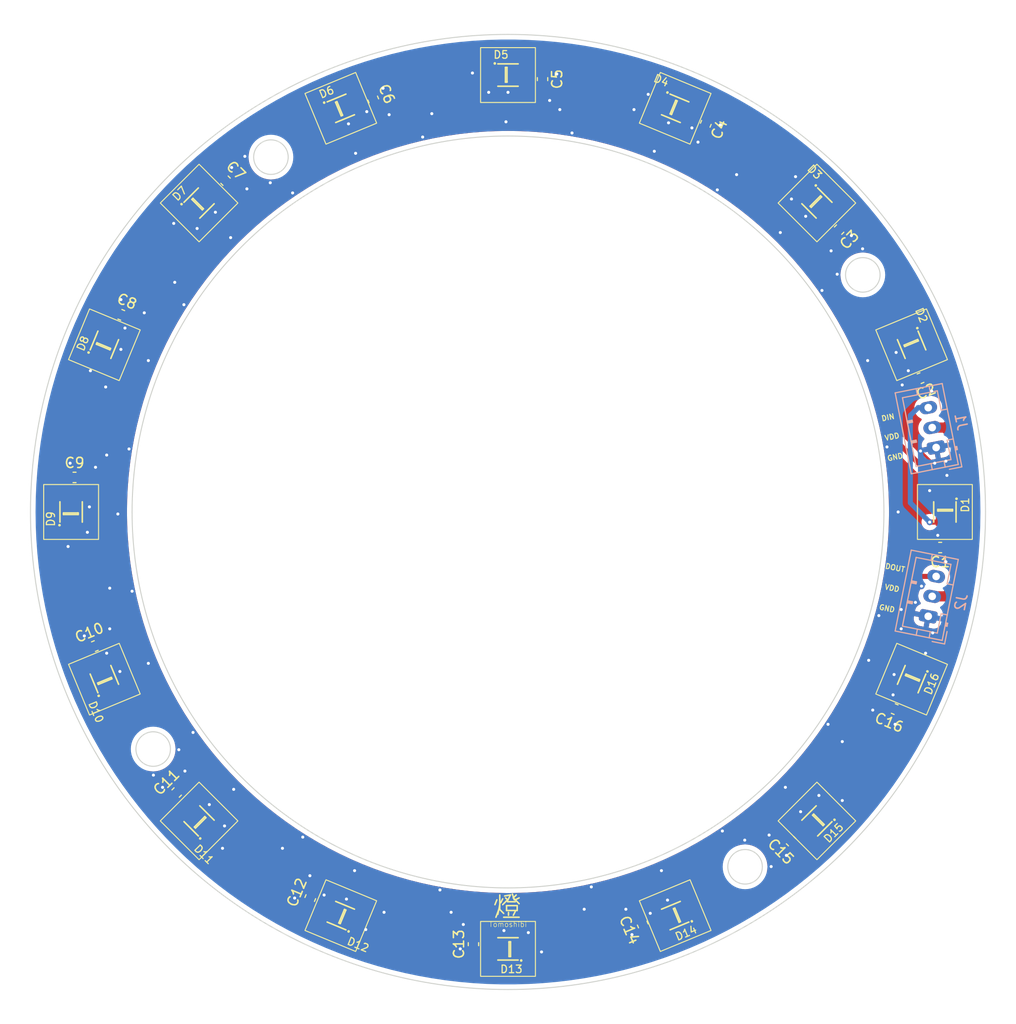
<source format=kicad_pcb>
(kicad_pcb (version 20221018) (generator pcbnew)
  (layers (0 "F.Cu" signal) (31 "B.Cu" signal) (34 "B.Paste" user) (35 "F.Paste" user) (36 "B.SilkS" user "B.Silkscreen") (37 "F.SilkS" user "F.Silkscreen") (38 "B.Mask" user) (39 "F.Mask" user) (44 "Edge.Cuts" user))
  (net 0 "")
  (net 1 "GND")
  (net 2 "Net-(D1-DOUT)")
  (net 3 "DIN")
  (net 4 "VDD")
  (net 5 "Net-(D2-DOUT)")
  (net 6 "Net-(D3-DOUT)")
  (net 7 "Net-(D4-DOUT)")
  (net 8 "Net-(D5-DOUT)")
  (net 9 "Net-(D6-DOUT)")
  (net 10 "Net-(D7-DOUT)")
  (net 11 "Net-(D8-DOUT)")
  (net 12 "Net-(D10-DIN)")
  (net 13 "Net-(D10-DOUT)")
  (net 14 "Net-(D11-DOUT)")
  (net 15 "Net-(D12-DOUT)")
  (net 16 "DOUT")
  (net 17 "Net-(D13-DOUT)")
  (net 18 "Net-(D14-DOUT)")
  (net 19 "Net-(D15-DOUT)")
  (footprint "Capacitor_SMD:C_0603_1608Metric_Pad1.08x0.95mm_HandSolder" (layer "F.Cu") (at -13.2625 -40.6 -67.5)
    (fp_text reference "C6")
    (fp_text value "0.1uF")
  )
  (footprint "Capacitor_SMD:C_0603_1608Metric_Pad1.08x0.95mm_HandSolder" (layer "F.Cu") (at 19.469936 -38.203154 -112.5)
    (fp_text reference "C4")
    (fp_text value "0.1uF")
  )
  (footprint "Capacitor_SMD:C_0603_1608Metric_Pad1.08x0.95mm_HandSolder" (layer "F.Cu") (at 27.8625 32.4 135)
    (fp_text reference "C15")
    (fp_text value "0.1uF")
  )
  (footprint "NeoPixel:WS2812C-2020-V1" (layer "F.Cu") (at 39.72682 16.455388 -112.5)
    (fp_text reference "D16")
    (fp_text value "WS2812C-2020-V1")
  )
  (footprint "NeoPixel:WS2812C-2020-V1" (layer "F.Cu") (at 16.455388 39.72682 -157.5)
    (fp_text reference "D14")
    (fp_text value "WS2812C-2020-V1")
  )
  (footprint "NeoPixel:WS2812C-2020-V1" (layer "F.Cu") (at 43 0 -90)
    (fp_text reference "D1")
    (fp_text value "WS2812C-2020-V1")
  )
  (footprint "Capacitor_SMD:C_0603_1608Metric_Pad1.08x0.95mm_HandSolder" (layer "F.Cu") (at 40.603154 -13.169936 -157.5)
    (fp_text reference "C2")
    (fp_text value "0.1uF")
  )
  (footprint "NeoPixel:WS2812C-2020-V1" (layer "F.Cu") (at 39.72682 -16.455388 -67.5)
    (fp_text reference "D2")
    (fp_text value "WS2812C-2020-V1")
  )
  (footprint "NeoPixel:WS2812C-2020-V1" (layer "F.Cu") (at -16.455388 -39.72682 22.5)
    (fp_text reference "D6")
    (fp_text value "WS2812C-2020-V1")
  )
  (footprint "Capacitor_SMD:C_0603_1608Metric_Pad1.08x0.95mm_HandSolder" (layer "F.Cu") (at 32.59012 -27.79012 -135)
    (fp_text reference "C3")
    (fp_text value "0.1uF")
  )
  (footprint "NeoPixel:WS2812C-2020-V1" (layer "F.Cu") (at 0 43 180)
    (fp_text reference "D13")
    (fp_text value "WS2812C-2020-V1")
  )
  (footprint "NeoPixel:WS2812C-2020-V1" (layer "F.Cu") (at 30.405592 -30.405592 -45)
    (fp_text reference "D3")
    (fp_text value "WS2812C-2020-V1")
  )
  (footprint "Capacitor_SMD:C_0603_1608Metric_Pad1.08x0.95mm_HandSolder" (layer "F.Cu") (at 13.2625 40.6 112.5)
    (fp_text reference "C14")
    (fp_text value "0.1uF")
  )
  (footprint "Capacitor_SMD:C_0603_1608Metric_Pad1.08x0.95mm_HandSolder" (layer "F.Cu") (at -40.6625 13.2 22.5)
    (fp_text reference "C10")
    (fp_text value "0.1uF")
  )
  (footprint "NeoPixel:WS2812C-2020-V1" (layer "F.Cu") (at -39.72682 16.455388 112.5)
    (fp_text reference "D10")
    (fp_text value "WS2812C-2020-V1")
  )
  (footprint "Capacitor_SMD:C_0603_1608Metric_Pad1.08x0.95mm_HandSolder" (layer "F.Cu") (at -42.6625 -3.4)
    (fp_text reference "C9")
    (fp_text value "0.1uF")
  )
  (footprint "NeoPixel:WS2812C-2020-V1" (layer "F.Cu") (at -16.455388 39.72682 157.5)
    (fp_text reference "D12")
    (fp_text value "WS2812C-2020-V1")
  )
  (footprint "Capacitor_SMD:C_0603_1608Metric_Pad1.08x0.95mm_HandSolder" (layer "F.Cu") (at 42.5375 3.5 180)
    (fp_text reference "C1")
    (fp_text value "0.1uF")
  )
  (footprint "NeoPixel:WS2812C-2020-V1" (layer "F.Cu") (at 30.405592 30.405592 -135)
    (fp_text reference "D15")
    (fp_text value "WS2812C-2020-V1")
  )
  (footprint "NeoPixel:WS2812C-2020-V1" (layer "F.Cu") (at 16.455388 -39.72682 -22.5)
    (fp_text reference "D4")
    (fp_text value "WS2812C-2020-V1")
  )
  (footprint "Capacitor_SMD:C_0603_1608Metric_Pad1.08x0.95mm_HandSolder" (layer "F.Cu") (at 3.4 -42.6 -90)
    (fp_text reference "C5")
    (fp_text value "0.1uF")
  )
  (footprint "Capacitor_SMD:C_0603_1608Metric_Pad1.08x0.95mm_HandSolder" (layer "F.Cu") (at 38.0625 19.4 157.5)
    (fp_text reference "C16")
    (fp_text value "0.1uF")
  )
  (footprint "NeoPixel:WS2812C-2020-V1" (layer "F.Cu") (at -30.405592 -30.405592 45)
    (fp_text reference "D7")
    (fp_text value "WS2812C-2020-V1")
  )
  (footprint "Capacitor_SMD:C_0603_1608Metric_Pad1.08x0.95mm_HandSolder" (layer "F.Cu") (at -32.60988 27.60988 45)
    (fp_text reference "C11")
    (fp_text value "0.1uF")
  )
  (footprint "NeoPixel:WS2812C-2020-V1" (layer "F.Cu") (at -43 0 90)
    (fp_text reference "D9")
    (fp_text value "WS2812C-2020-V1")
  )
  (footprint "Capacitor_SMD:C_0603_1608Metric_Pad1.08x0.95mm_HandSolder" (layer "F.Cu") (at -19.4625 38 67.5)
    (fp_text reference "C12")
    (fp_text value "0.1uF")
  )
  (footprint "Capacitor_SMD:C_0603_1608Metric_Pad1.08x0.95mm_HandSolder" (layer "F.Cu") (at -38.0625 -19.4 -22.5)
    (fp_text reference "C8")
    (fp_text value "0.1uF")
  )
  (footprint "NeoPixel:WS2812C-2020-V1" (layer "F.Cu") (at -30.405592 30.405592 135)
    (fp_text reference "D11")
    (fp_text value "WS2812C-2020-V1")
  )
  (footprint "NeoPixel:WS2812C-2020-V1" (layer "F.Cu") (at 0 -43)
    (fp_text reference "D5")
    (fp_text value "WS2812C-2020-V1")
  )
  (footprint "NeoPixel:WS2812C-2020-V1" (layer "F.Cu") (at -39.72682 -16.455388 67.5)
    (fp_text reference "D8")
    (fp_text value "WS2812C-2020-V1")
  )
  (footprint "Capacitor_SMD:C_0603_1608Metric_Pad1.08x0.95mm_HandSolder" (layer "F.Cu") (at -27.8 -32.6 -45)
    (fp_text reference "C7")
    (fp_text value "0.1uF")
  )
  (footprint "Capacitor_SMD:C_0603_1608Metric_Pad1.08x0.95mm_HandSolder" (layer "F.Cu") (at -3.4 42.5375 90)
    (fp_text reference "C13")
    (fp_text value "0.1uF")
  )
  (footprint "Connector_JST:JST_PH_B3B-PH-K_1x03_P2.00mm_Vertical" (layer "B.Cu") (at 38.839097 7.725577 78.75)
    (fp_text reference "J2")
    (fp_text value "Conn_01x03_Pin")
  )
  (footprint "Connector_JST:JST_PH_B3B-PH-K_1x03_P2.00mm_Vertical" (layer "B.Cu") (at 38.839097 -7.725577 101.25)
    (fp_text reference "J1")
    (fp_text value "Conn_01x03_Pin")
  )
  (gr_circle (center -34.921724 23.33395) (end -33.221724 23.33395) (stroke (width 0.1)) (fill none) (layer "Edge.Cuts"))
  (gr_circle (center 0 0) (end 47 0) (stroke (width 0.1)) (fill none) (layer "Edge.Cuts"))
  (gr_circle (center 34.921724 -23.33395) (end 36.621724 -23.33395) (stroke (width 0.1)) (fill none) (layer "Edge.Cuts"))
  (gr_circle (center -23.33395 -34.921724) (end -21.63395 -34.921724) (stroke (width 0.1)) (fill none) (layer "Edge.Cuts"))
  (gr_circle (center 23.33395 34.921724) (end 25.03395 34.921724) (stroke (width 0.1)) (fill none) (layer "Edge.Cuts"))
  (gr_circle (center 0 0) (end 37 0) (stroke (width 0.1)) (fill none) (layer "Edge.Cuts"))
  (gr_text "DIN" (at 37.4 -9.3 11.25) (layer "F.SilkS") (effects (font (size 0.5 0.5) (thickness 0.1) bold)))
  (gr_text "VDD" (at 37.8 -7.4 11.25) (layer "F.SilkS") (effects (font (size 0.5 0.5) (thickness 0.1) bold)))
  (gr_text "DOUT" (at 38.1 5.5 348.75) (layer "F.SilkS") (effects (font (size 0.5 0.5) (thickness 0.1) bold)))
  (gr_text "Tomoshibi" (at 0 40.3) (layer "F.SilkS") (effects (font (size 0.5 0.5) (thickness 0.05)) (justify top)))
  (gr_text "GND" (at 37.3 9.5 348.75) (layer "F.SilkS") (effects (font (size 0.5 0.5) (thickness 0.1) bold)))
  (gr_text "VDD" (at 37.8 7.5 348.75) (layer "F.SilkS") (effects (font (size 0.5 0.5) (thickness 0.1) bold)))
  (gr_text "GND" (at 38.1 -5.4 11.25) (layer "F.SilkS") (effects (font (size 0.5 0.5) (thickness 0.1) bold)))
  (gr_text "燈" (at 0 37.8) (layer "F.SilkS") (effects (font (size 2 2)) (justify top)))
  (segment (start -15.9 39.068404) (end -15.399562 39.568842) (width 0.25) (layer "F.Cu") (net 1))
  (segment (start 29.233367 -30.8) (end 29.369681 -30.663686) (width 0.25) (layer "F.Cu") (net 1))
  (segment (start -13.6 -39.1) (end -13.9 -39.4) (width 0.25) (layer "F.Cu") (net 1))
  (segment (start 37.265654 19.069936) (end 36.330064 19.069936) (width 0.25) (layer "F.Cu") (net 1))
  (segment (start 41.8 -4.8) (end 40.6 -6) (width 0.25) (layer "F.Cu") (net 1))
  (segment (start -19.759958 37.830676) (end -20.069324 37.830676) (width 0.25) (layer "F.Cu") (net 1))
  (segment (start -38.968404 -16) (end -39.568842 -15.399562) (width 0.25) (layer "F.Cu") (net 1))
  (segment (start 30.663686 27.963686) (end 30.6 27.9) (width 0.25) (layer "F.Cu") (net 1))
  (segment (start 31.8 -25.7) (end 31.8 -27) (width 0.25) (layer "F.Cu") (net 1))
  (segment (start 11.6 39.1) (end 12.229282 39.1) (width 0.25) (layer "F.Cu") (net 1))
  (segment (start -40.730064 12.869936) (end -41.4 12.2) (width 0.25) (layer "F.Cu") (net 1))
  (segment (start -4.7 42.975) (end -3.4 41.675) (width 0.25) (layer "F.Cu") (net 1))
  (segment (start 0.95 42.45) (end 2 41.4) (width 0.25) (layer "F.Cu") (net 1))
  (segment (start -27.2 -33.9) (end -27.2 -32) (width 0.25) (layer "F.Cu") (net 1))
  (segment (start -41.2 -0.5) (end -41.2 -0.335) (width 0.25) (layer "F.Cu") (net 1))
  (segment (start -38.868531 17.090262) (end -38.868531 16.368531) (width 0.25) (layer "F.Cu") (net 1))
  (segment (start -29.133367 30.9) (end -29.369681 30.663686) (width 0.25) (layer "F.Cu") (net 1))
  (segment (start 37.9 20.2) (end 37.9 20.7) (width 0.25) (layer "F.Cu") (net 1))
  (segment (start 37.9 20.7) (end 38.1 20.9) (width 0.25) (layer "F.Cu") (net 1))
  (segment (start 0 -41.3) (end 0 -41.535) (width 0.25) (layer "F.Cu") (net 1))
  (segment (start -41.2 -0.335) (end -42.45 0.915) (width 0.25) (layer "F.Cu") (net 1))
  (segment (start 4.7625 -43.1) (end 3.4 -41.7375) (width 0.25) (layer "F.Cu") (net 1))
  (segment (start -37.911926 -19.763519) (end -37.911926 -20.711926) (width 0.25) (layer "F.Cu") (net 1))
  (segment (start 27.4 31.9375) (end 27.25262 31.79012) (width 0.25) (layer "F.Cu") (net 1))
  (segment (start 18.1 -37) (end 18.7 -36.4) (width 0.25) (layer "F.Cu") (net 1))
  (segment (start -0.915 -42.285) (end -1.9 -41.3) (width 0.25) (layer "F.Cu") (net 1))
  (segment (start -40.8 -4.4) (end -41.8 -3.4) (width 0.25) (layer "F.Cu") (net 1))
  (segment (start -31.8 25.5) (end -31.8 26.8) (width 0.25) (layer "F.Cu") (net 1))
  (segment (start 27.9 -30.8) (end 29.233367 -30.8) (width 0.25) (layer "F.Cu") (net 1))
  (segment (start 33.78024 -27.18024) (end 33.8 -27.2) (width 0.25) (layer "F.Cu") (net 1))
  (segment (start 30.533367 29.5) (end 30.663686 29.369681) (width 0.25) (layer "F.Cu") (net 1))
  (segment (start -37.269936 -19.069936) (end -37.927037 -19.727037) (width 0.25) (layer "F.Cu") (net 1))
  (segment (start -30.663686 -29.369681) (end -30.663686 -27.963686) (width 0.25) (layer "F.Cu") (net 1))
  (segment (start -27 -31.8) (end -27.19012 -31.99012) (width 0.25) (layer "F.Cu") (net 1))
  (segment (start 38 16) (end 38.968404 16) (width 0.25) (layer "F.Cu") (net 1))
  (segment (start -15.7 -38.2) (end -16.368531 -38.868531) (width 0.25) (layer "F.Cu") (net 1))
  (segment (start -20.1 37.8) (end -20.8 37.8) (width 0.25) (layer "F.Cu") (net 1))
  (segment (start 25.7 31.8) (end 27.24274 31.8) (width 0.25) (layer "F.Cu") (net 1))
  (segment (start -32.1 27.1) (end -32 27) (width 0.25) (layer "F.Cu") (net 1))
  (segment (start -19.132436 37.203154) (end -19.132436 36.167564) (width 0.25) (layer "F.Cu") (net 1))
  (segment (start -41.4 1.965) (end -42.45 0.915) (width 0.25) (layer "F.Cu") (net 1))
  (segment (start 31.98024 -27.18024) (end 33.78024 -27.18024) (width 0.25) (layer "F.Cu") (net 1))
  (segment (start 0.915 42.45) (end 0.95 42.45) (width 0.25) (layer "F.Cu") (net 1))
  (segment (start -37.265654 -19.069936) (end -36.330064 -19.069936) (width 0.25) (layer "F.Cu") (net 1))
  (segment (start 31.8 -27) (end 31.98024 -27.18024) (width 0.25) (layer "F.Cu") (net 1))
  (segment (start 18.1 -37.8) (end 18.1 -37) (width 0.25) (layer "F.Cu") (net 1))
  (segment (start -28.8 -29.5) (end -30.533367 -29.5) (width 0.25) (layer "F.Cu") (net 1))
  (segment (start 38.968404 16) (end 39.568842 15.399562) (width 0.25) (layer "F.Cu") (net 1))
  (segment (start 27.4 33.8) (end 27.4 31.9375) (width 0.25) (layer "F.Cu") (net 1))
  (segment (start 15.7 38.2) (end 16.5 39) (width 0.25) (layer "F.Cu") (net 1))
  (segment (start -12.932436 -39.803154) (end -12.932436 -40.667564) (width 0.25) (layer "F.Cu") (net 1))
  (segment (start -43.1 -4.7) (end -41.8 -3.4) (width 0.25) (layer "F.Cu") (net 1))
  (segment (start -4.7 43) (end -4.7 42.975) (width 0.25) (layer "F.Cu") (net 1))
  (segment (start 4.8 -43.1) (end 4.7625 -43.1) (width 0.25) (layer "F.Cu") (net 1))
  (segment (start -4.4 40.6) (end -4.4 40.675) (width 0.25) (layer "F.Cu") (net 1))
  (segment (start 29.369681 -30.663686) (end 29.336314 -30.663686) (width 0.25) (layer "F.Cu") (net 1))
  (segment (start 42.45 -0.915) (end 42.45 -1.15) (width 0.25) (layer "F.Cu") (net 1))
  (segment (start 20.1 -38.1) (end 20.9 -38.1) (width 0.25) (layer "F.Cu") (net 1))
  (segment (start 3.4 -41.7375) (end 3.4 -41.2) (width 0.25) (layer "F.Cu") (net 1))
  (segment (start 38.8 -12.5) (end 38.8 -13.3) (width 0.25) (layer "F.Cu") (net 1))
  (segment (start 38.8 -13.3) (end 39.4 -13.9) (width 0.25) (layer "F.Cu") (net 1))
  (segment (start -27.2 -32) (end -27.19012 -31.99012) (width 0.25) (layer "F.Cu") (net 1))
  (segment (start -40.6 -4.4) (end -40.8 -4.4) (width 0.25) (layer "F.Cu") (net 1))
  (segment (start 28.8 29.5) (end 30.533367 29.5) (width 0.25) (layer "F.Cu") (net 1))
  (segment (start -27.9 30.9) (end -29.133367 30.9) (width 0.25) (layer "F.Cu") (net 1))
  (segment (start 15.8 -39.168404) (end 15.399562 -39.568842) (width 0.25) (layer "F.Cu") (net 1))
  (segment (start -20.069324 37.830676) (end -20.1 37.8) (width 0.25) (layer "F.Cu") (net 1))
  (segment (start -29.4 28.8) (end -29.4 30.633367) (width 0.25) (layer "F.Cu") (net 1))
  (segment (start 29.369681 -30.663686) (end 29.369681 -29.169681) (width 0.25) (layer "F.Cu") (net 1))
  (segment (start 37.265654 19.069936) (end 37.916229 19.720511) (width 0.25) (layer "F.Cu") (net 1))
  (segment (start -30.533367 -29.5) (end -30.663686 -29.369681) (width 0.25) (layer "F.Cu") (net 1))
  (segment (start -39.2 11.5) (end -39.2 12.204282) (width 0.25) (layer "F.Cu") (net 1))
  (segment (start -12.932436 -40.667564) (end -12.3 -41.3) (width 0.25) (layer "F.Cu") (net 1))
  (segment (start -19.132436 36.167564) (end -19.5 35.8) (width 0.25) (layer "F.Cu") (net 1))
  (segment (start 16.5 39) (end 16.958793 39) (width 0.25) (layer "F.Cu") (net 1))
  (segment (start -0.335 41.2) (end 0.915 42.45) (width 0.25) (layer "F.Cu") (net 1))
  (segment (start -34 27.1) (end -32.1 27.1) (width 0.25) (layer "F.Cu") (net 1))
  (segment (start 37.916229 19.720511) (end 37.916229 20.183771) (width 0.25) (layer "F.Cu") (net 1))
  (segment (start 12.932436 39.803154) (end 12.932436 40.667564) (width 0.25) (layer "F.Cu") (net 1))
  (segment (start 0 -41.535) (end -0.915 -42.45) (width 0.25) (layer "F.Cu") (net 1))
  (segment (start 42 -4.8) (end 41.8 -4.8) (width 0.25) (layer "F.Cu") (net 1))
  (segment (start 12.2 41.4) (end 12.2 41.6) (width 0.25) (layer "F.Cu") (net 1))
  (segment (start 37.916229 20.183771) (end 37.9 20.2) (width 0.25) (layer "F.Cu") (net 1))
  (segment (start -38.868531 16.368531) (end -38.2 15.7) (width 0.25) (layer "F.Cu") (net 1))
  (segment (start -37.265654 -19.069936) (end -37.269936 -19.069936) (width 0.25) (layer "F.Cu") (net 1))
  (segment (start -41.4 2) (end -41.4 1.965) (width 0.25) (layer "F.Cu") (net 1))
  (segment (start 15.8 -38.3) (end 15.8 -39.168404) (width 0.25) (layer "F.Cu") (net 1))
  (segment (start -19.132436 37.203154) (end -19.759958 37.830676) (width 0.25) (layer "F.Cu") (net 1))
  (segment (start -0.4 41.2) (end -0.335 41.2) (width 0.25) (layer "F.Cu") (net 1))
  (segment (start 19.139872 -37.406308) (end 19.406308 -37.406308) (width 0.25) (layer "F.Cu") (net 1))
  (segment (start 42.45 -1.15) (end 41.5 -2.1) (width 0.25) (layer "F.Cu") (net 1))
  (segment (start -31.8 26.8) (end -32 27) (width 0.25) (layer "F.Cu") (net 1))
  (segment (start -4.4 40.675) (end -3.4 41.675) (width 0.25) (layer "F.Cu") (net 1))
  (segment (start 31.98024 -27.18024) (end 32.2 -27.4) (width 0.25) (layer "F.Cu") (net 1))
  (segment (start 3.4 -41.2) (end 4.1 -40.5) (width 0.25) (layer "F.Cu") (net 1))
  (segment (start 12.932436 40.667564) (end 12.2 41.4) (width 0.25) (layer "F.Cu") (net 1))
  (segment (start -37.927037 -19.727037) (end -37.911926 -19.763519) (width 0.25) (layer "F.Cu") (net 1))
  (segment (start 27.24274 31.8) (end 27.25262 31.79012) (width 0.25) (layer "F.Cu") (net 1))
  (segment (start 38.868531 -16.368531) (end 38.2 -15.7) (width 0.25) (layer "F.Cu") (net 1))
  (segment (start 30.663686 29.369681) (end 30.663686 27.963686) (width 0.25) (layer "F.Cu") (net 1))
  (segment (start -11.7 -39.1) (end -13.6 -39.1) (width 0.25) (layer "F.Cu") (net 1))
  (segment (start -25.7 -31.8) (end -27 -31.8) (width 0.25) (layer "F.Cu") (net 1))
  (segment (start -37.911926 -20.711926) (end -38.1 -20.9) (width 0.25) (layer "F.Cu") (net 1))
  (segment (start -30.663686 -27.963686) (end -30.6 -27.9) (width 0.25) (layer "F.Cu") (net 1))
  (segment (start 19.406308 -37.406308) (end 20.1 -38.1) (width 0.25) (layer "F.Cu") (net 1))
  (segment (start -29.4 30.633367) (end -29.369681 30.663686) (width 0.25) (layer "F.Cu") (net 1))
  (segment (start -41.4 12.2) (end -41.7 12.2) (width 0.25) (layer "F.Cu") (net 1))
  (segment (start 29.369681 -29.169681) (end 29.3 -29.1) (width 0.25) (layer "F.Cu") (net 1))
  (segment (start -12.3 -41.3) (end -12.3 -41.7) (width 0.25) (layer "F.Cu") (net 1))
  (segment (start -43.1 -4.8) (end -43.1 -4.7) (width 0.25) (layer "F.Cu") (net 1))
  (segment (start -20.8 37.8) (end -21 38) (width 0.25) (layer "F.Cu") (net 1))
  (segment (start -38.1 -16) (end -38.968404 -16) (width 0.25) (layer "F.Cu") (net 1))
  (segment (start -39.865654 12.869936) (end -40.730064 12.869936) (width 0.25) (layer "F.Cu") (net 1))
  (segment (start 16.958793 39) (end 17.090262 38.868531) (width 0.25) (layer "F.Cu") (net 1))
  (segment (start -36.330064 -19.069936) (end -35.8 -19.6) (width 0.25) (layer "F.Cu") (net 1))
  (segment (start -0.915 -42.45) (end -0.915 -42.285) (width 0.25) (layer "F.Cu") (net 1))
  (segment (start -15.9 38.1) (end -15.9 39.068404) (width 0.25) (layer "F.Cu") (net 1))
  (segment (start -16.368531 -38.868531) (end -17.090262 -38.868531) (width 0.25) (layer "F.Cu") (net 1))
  (segment (start 12.229282 39.1) (end 12.932436 39.803154) (width 0.25) (layer "F.Cu") (net 1))
  (segment (start 38.868531 -17.090262) (end 38.868531 -16.368531) (width 0.25) (layer "F.Cu") (net 1))
  (segment (start 36.330064 19.069936) (end 35.9 19.5) (width 0.25) (layer "F.Cu") (net 1))
  (segment (start -39.2 12.204282) (end -39.865654 12.869936) (width 0.25) (layer "F.Cu") (net 1))
  (via (at -15.1 35.3) (size 0.6) (drill 0.3) (layers "F.Cu" "B.Cu") (net 1))
  (via (at 43.1 -5) (size 0.6) (drill 0.3) (layers "F.Cu" "B.Cu") (net 1))
  (via (at 18.7 -36.4) (size 0.6) (drill 0.3) (layers "F.Cu" "B.Cu") (net 1))
  (via (at 40.1 8.9) (size 0.6) (drill 0.3) (layers "F.Cu" "B.Cu") (net 1))
  (via (at 34.9 -25.9) (size 0.6) (drill 0.3) (layers "F.Cu" "B.Cu") (net 1))
  (via (at 38.7 11.5) (size 0.6) (drill 0.3) (layers "F.Cu" "B.Cu") (net 1))
  (via (at -37.7 -18.1) (size 0.6) (drill 0.3) (layers "F.Cu" "B.Cu") (net 1))
  (via (at 6.3 -37.3) (size 0.6) (drill 0.3) (layers "F.Cu" "B.Cu") (net 1))
  (via (at -23.4 -32.4) (size 0.6) (drill 0.3) (layers "F.Cu" "B.Cu") (net 1))
  (via (at -43.1 -4.8) (size 0.6) (drill 0.3) (layers "F.Cu" "B.Cu") (net 1))
  (via (at -27.9 30.9) (size 0.6) (drill 0.3) (layers "F.Cu" "B.Cu") (net 1))
  (via (at -39.2 7.5) (size 0.6) (drill 0.3) (layers "F.Cu" "B.Cu") (net 1))
  (via (at -29.4 28.8) (size 0.6) (drill 0.3) (layers "F.Cu" "B.Cu") (net 1))
  (via (at 35.5 14.6) (size 0.6) (drill 0.3) (layers "F.Cu" "B.Cu") (net 1))
  (via (at -34.9 25.9) (size 0.6) (drill 0.3) (layers "F.Cu" "B.Cu") (net 1))
  (via (at 25.9 34.9) (size 0.6) (drill 0.3) (layers "F.Cu" "B.Cu") (net 1))
  (via (at 32.9 22.6) (size 0.6) (drill 0.3) (layers "F.Cu" "B.Cu") (net 1))
  (via (at -1.9 -41.3) (size 0.6) (drill 0.3) (layers "F.Cu" "B.Cu") (net 1))
  (via (at 30.9 -21.8) (size 0.6) (drill 0.3) (layers "F.Cu" "B.Cu") (net 1))
  (via (at -11.7 -39.1) (size 0.6) (drill 0.3) (layers "F.Cu" "B.Cu") (net 1))
  (via (at 42.3 2.3) (size 0.6) (drill 0.3) (layers "F.Cu" "B.Cu") (net 1))
  (via (at 31.8 -25.7) (size 0.6) (drill 0.3) (layers "F.Cu" "B.Cu") (net 1))
  (via (at 4.1 -40.5) (size 0.6) (drill 0.3) (layers "F.Cu" "B.Cu") (net 1))
  (via (at 27.9 -30.8) (size 0.6) (drill 0.3) (layers "F.Cu" "B.Cu") (net 1))
  (via (at 5.1 -39.6) (size 0.6) (drill 0.3) (layers "F.Cu" "B.Cu") (net 1))
  (via (at -18.1 37.7) (size 0.6) (drill 0.3) (layers "F.Cu" "B.Cu") (net 1))
  (via (at -41.1 -13.9) (size 0.6) (drill 0.3) (layers "F.Cu" "B.Cu") (net 1))
  (via (at 39.4 -13.9) (size 0.6) (drill 0.3) (layers "F.Cu" "B.Cu") (net 1))
  (via (at 38 16) (size 0.6) (drill 0.3) (layers "F.Cu" "B.Cu") (net 1))
  (via (at 38.8 -12.5) (size 0.6) (drill 0.3) (layers "F.Cu" "B.Cu") (net 1))
  (via (at -21 38) (size 0.6) (drill 0.3) (layers "F.Cu" "B.Cu") (net 1))
  (via (at -7.5 -39.2) (size 0.6) (drill 0.3) (layers "F.Cu" "B.Cu") (net 1))
  (via (at -39.6 -12.3) (size 0.6) (drill 0.3) (layers "F.Cu" "B.Cu") (net 1))
  (via (at 41.7 -11.9) (size 0.6) (drill 0.3) (layers "F.Cu" "B.Cu") (net 1))
  (via (at 37.3 -6.4) (size 0.6) (drill 0.3) (layers "F.Cu" "B.Cu") (net 1))
  (via (at 37.9 18) (size 0.6) (drill 0.3) (layers "F.Cu" "B.Cu") (net 1))
  (via (at 32.9 28.4) (size 0.6) (drill 0.3) (layers "F.Cu" "B.Cu") (net 1))
  (via (at -39.2 11.5) (size 0.6) (drill 0.3) (layers "F.Cu" "B.Cu") (net 1))
  (via (at -31.9 -20.4) (size 0.6) (drill 0.3) (layers "F.Cu" "B.Cu") (net 1))
  (via (at -13.9 -39.4) (size 0.6) (drill 0.3) (layers "F.Cu" "B.Cu") (net 1))
  (via (at -22.2 33.1) (size 0.6) (drill 0.3) (layers "F.Cu" "B.Cu") (net 1))
  (via (at 26.8 -27.5) (size 0.6) (drill 0.3) (layers "F.Cu" "B.Cu") (net 1))
  (via (at -15.9 38.1) (size 0.6) (drill 0.3) (layers "F.Cu" "B.Cu") (net 1))
  (via (at -40.6 -4.4) (size 0.6) (drill 0.3) (layers "F.Cu" "B.Cu") (net 1))
  (via (at 14 39.5) (size 0.6) (drill 0.3) (layers "F.Cu" "B.Cu") (net 1))
  (via (at -4.4 40.6) (size 0.6) (drill 0.3) (layers "F.Cu" "B.Cu") (net 1))
  (via (at -41.7 12.2) (size 0.6) (drill 0.3) (layers "F.Cu" "B.Cu") (net 1))
  (via (at 18.1 -37.8) (size 0.6) (drill 0.3) (layers "F.Cu" "B.Cu") (net 1))
  (via (at -8.4 -36.9) (size 0.6) (drill 0.3) (layers "F.Cu" "B.Cu") (net 1))
  (via (at 22.5 -33.2) (size 0.6) (drill 0.3) (layers "F.Cu" "B.Cu") (net 1))
  (via (at 20.6 -31.7) (size 0.6) (drill 0.3) (layers "F.Cu" "B.Cu") (net 1))
  (via (at 25.7 31.8) (size 0.6) (drill 0.3) (layers "F.Cu" "B.Cu") (net 1))
  (via (at 35.9 19.5) (size 0.6) (drill 0.3) (layers "F.Cu" "B.Cu") (net 1))
  (via (at 27.4 33.8) (size 0.6) (drill 0.3) (layers "F.Cu" "B.Cu") (net 1))
  (via (at 43.2 -3.6) (size 0.6) (drill 0.3) (layers "F.Cu" "B.Cu") (net 1))
  (via (at -28.1 33.1) (size 0.6) (drill 0.3) (layers "F.Cu" "B.Cu") (net 1))
  (via (at 15.1 35.3) (size 0.6) (drill 0.3) (layers "F.Cu" "B.Cu") (net 1))
  (via (at -32.8 -22.6) (size 0.6) (drill 0.3) (layers "F.Cu" "B.Cu") (net 1))
  (via (at -25.7 -31.8) (size 0.6) (drill 0.3) (layers "F.Cu" "B.Cu") (net 1))
  (via (at -12.3 -41.7) (size 0.6) (drill 0.3) (layers "F.Cu" "B.Cu") (net 1))
  (via (at 0 -41.3) (size 0.6) (drill 0.3) (layers "F.Cu" "B.Cu") (net 1))
  (via (at 15.7 38.2) (size 0.6) (drill 0.3) (layers "F.Cu" "B.Cu") (net 1))
  (via (at -34 27.1) (size 0.6) (drill 0.3) (layers "F.Cu" "B.Cu") (net 1))
  (via (at 29.3 -29.1) (size 0.6) (drill 0.3) (layers "F.Cu" "B.Cu") (net 1))
  (via (at 12.2 41.6) (size 0.6) (drill 0.3) (layers "F.Cu" "B.Cu") (net 1))
  (via (at 38.4 0) (size 0.6) (drill 0.3) (layers "F.Cu" "B.Cu") (net 1))
  (via (at -43.3 3.4) (size 0.6) (drill 0.3) (layers "F.Cu" "B.Cu") (net 1))
  (via (at 23.3 32.3) (size 0.6) (drill 0.3) (layers "F.Cu" "B.Cu") (net 1))
  (via (at -15 -35.3) (size 0.6) (drill 0.3) (layers "F.Cu" "B.Cu") (net 1))
  (via (at 27.3 27.1) (size 0.6) (drill 0.3) (layers "F.Cu" "B.Cu") (net 1))
  (via (at -38.1 -16) (size 0.6) (drill 0.3) (layers "F.Cu" "B.Cu") (net 1))
  (via (at 3.3 43.3) (size 0.6) (drill 0.3) (layers "F.Cu" "B.Cu") (net 1))
  (via (at 32.4 -23.4) (size 0.6) (drill 0.3) (layers "F.Cu" "B.Cu") (net 1))
  (via (at 12.4 -39.6) (size 0.6) (drill 0.3) (layers "F.Cu" "B.Cu") (net 1))
  (via (at -35.4 14.9) (size 0.6) (drill 0.3) (layers "F.Cu" "B.Cu") (net 1))
  (via (at 28.3 -33) (size 0.6) (drill 0.3) (layers "F.Cu" "B.Cu") (net 1))
  (via (at 8.2 36.9) (size 0.6) (drill 0.3) (layers "F.Cu" "B.Cu") (net 1))
  (via (at -28.8 -29.5) (size 0.6) (drill 0.3) (layers "F.Cu" "B.Cu") (net 1))
  (via (at -41.2 -0.5) (size 0.6) (drill 0.3) (layers "F.Cu" "B.Cu") (net 1))
  (via (at -4.7 43) (size 0.6) (drill 0.3) (layers "F.Cu" "B.Cu") (net 1))
  (via (at 38.1 20.9) (size 0.6) (drill 0.3) (layers "F.Cu" "B.Cu") (net 1))
  (via (at -37 7.8) (size 0.6) (drill 0.3) (layers "F.Cu" "B.Cu") (net 1))
  (via (at -35.4 -14.9) (size 0.6) (drill 0.3) (layers "F.Cu" "B.Cu") (net 1))
  (via (at 31.5 20.9) (size 0.6) (drill 0.3) (layers "F.Cu" "B.Cu") (net 1))
  (via (at 38.7 9.6) (size 0.6) (drill 0.3) (layers "F.Cu" "B.Cu") (net 1))
  (via (at -39.5 -5.6) (size 0.6) (drill 0.3) (layers "F.Cu" "B.Cu") (net 1))
  (via (at 36.5 10.2) (size 0.6) (drill 0.3) (layers "F.Cu" "B.Cu") (net 1))
  (via (at -14 41.1) (size 0.6) (drill 0.3) (layers "F.Cu" "B.Cu") (net 1))
  (via (at 41.5 -2.1) (size 0.6) (drill 0.3) (layers "F.Cu" "B.Cu") (net 1))
  (via (at -32.4 23.4) (size 0.6) (drill 0.3) (layers "F.Cu" "B.Cu") (net 1))
  (via (at 30.6 27.9) (size 0.6) (drill 0.3) (layers "F.Cu" "B.Cu") (net 1))
  (via (at -25.9 -35) (size 0.6) (drill 0.3) (layers "F.Cu" "B.Cu") (net 1))
  (via (at 20.9 -38.1) (size 0.6) (drill 0.3) (layers "F.Cu" "B.Cu") (net 1))
  (via (at -38.4 0.2) (size 0.6) (drill 0.3) (layers "F.Cu" "B.Cu") (net 1))
  (via (at 43.1 4.9) (size 0.6) (drill 0.3) (layers "F.Cu" "B.Cu") (net 1))
  (via (at 38.2 -15.7) (size 0.6) (drill 0.3) (layers "F.Cu" "B.Cu") (net 1))
  (via (at -39.5 13.9) (size 0.6) (drill 0.3) (layers "F.Cu" "B.Cu") (net 1))
  (via (at -3.5 -43.2) (size 0.6) (drill 0.3) (layers "F.Cu" "B.Cu") (net 1))
  (via (at 28.8 29.5) (size 0.6) (drill 0.3) (layers "F.Cu" "B.Cu") (net 1))
  (via (at -38.1 -20.9) (size 0.6) (drill 0.3) (layers "F.Cu" "B.Cu") (net 1))
  (via (at 13.8 -41.1) (size 0.6) (drill 0.3) (layers "F.Cu" "B.Cu") (net 1))
  (via (at -0.4 41.2) (size 0.6) (drill 0.3) (layers "F.Cu" "B.Cu") (net 1))
  (via (at 11.6 39.1) (size 0.6) (drill 0.3) (layers "F.Cu" "B.Cu") (net 1))
  (via (at -37.3 -6.2) (size 0.6) (drill 0.3) (layers "F.Cu" "B.Cu") (net 1))
  (via (at -35.8 -19.6) (size 0.6) (drill 0.3) (layers "F.Cu" "B.Cu") (net 1))
  (via (at 21.1 31.4) (size 0.6) (drill 0.3) (layers "F.Cu" "B.Cu") (net 1))
  (via (at -21.2 -31.4) (size 0.6) (drill 0.3) (layers "F.Cu" "B.Cu") (net 1))
  (via (at -0.2 -38.4) (size 0.6) (drill 0.3) (layers "F.Cu" "B.Cu") (net 1))
  (via (at -31.8 25.5) (size 0.6) (drill 0.3) (layers "F.Cu" "B.Cu") (net 1))
  (via (at 33.8 -27.2) (size 0.6) (drill 0.3) (layers "F.Cu" "B.Cu") (net 1))
  (via (at -41.4 2) (size 0.6) (drill 0.3) (layers "F.Cu" "B.Cu") (net 1))
  (via (at -38.2 15.7) (size 0.6) (drill 0.3) (layers "F.Cu" "B.Cu") (net 1))
  (via (at 15.8 -38.3) (size 0.6) (drill 0.3) (layers "F.Cu" "B.Cu") (net 1))
  (via (at 7.5 39.1) (size 0.6) (drill 0.3) (layers "F.Cu" "B.Cu") (net 1))
  (via (at -15.7 -38.2) (size 0.6) (drill 0.3) (layers "F.Cu" "B.Cu") (net 1))
  (via (at -20.2 32) (size 0.6) (drill 0.3) (layers "F.Cu" "B.Cu") (net 1))
  (via (at -30.6 -27.9) (size 0.6) (drill 0.3) (layers "F.Cu" "B.Cu") (net 1))
  (via (at 4.8 -43.1) (size 0.6) (drill 0.3) (layers "F.Cu" "B.Cu") (net 1))
  (via (at -19.5 35.8) (size 0.6) (drill 0.3) (layers "F.Cu" "B.Cu") (net 1))
  (via (at 41.1 13.9) (size 0.6) (drill 0.3) (layers "F.Cu" "B.Cu") (net 1))
  (via (at 41.8 11.9) (size 0.6) (drill 0.3) (layers "F.Cu" "B.Cu") (net 1))
  (via (at -27.3 -27) (size 0.6) (drill 0.3) (layers "F.Cu" "B.Cu") (net 1))
  (via (at 40.7 7.3) (size 0.6) (drill 0.3) (layers "F.Cu" "B.Cu") (net 1))
  (via (at -27.2 -33.9) (size 0.6) (drill 0.3) (layers "F.Cu" "B.Cu") (net 1))
  (via (at 2 41.4) (size 0.6) (drill 0.3) (layers "F.Cu" "B.Cu") (net 1))
  (via (at 14.4 -35.5) (size 0.6) (drill 0.3) (layers "F.Cu" "B.Cu") (net 1))
  (via (at -32.9 -28.4) (size 0.6) (drill 0.3) (layers "F.Cu" "B.Cu") (net 1))
  (via (at 40.6 -6) (size 0.6) (drill 0.3) (layers "F.Cu" "B.Cu") (net 1))
  (via (at -31 21.7) (size 0.6) (drill 0.3) (layers "F.Cu" "B.Cu") (net 1))
  (via (at -27 27.3) (size 0.6) (drill 0.3) (layers "F.Cu" "B.Cu") (net 1))
  (via (at -12.2 39.4) (size 0.6) (drill 0.3) (layers "F.Cu" "B.Cu") (net 1))
  (via (at 42 -4.8) (size 0.6) (drill 0.3) (layers "F.Cu" "B.Cu") (net 1))
  (via (at -6.7 37.2) (size 0.6) (drill 0.3) (layers "F.Cu" "B.Cu") (net 1))
  (via (at -5.6 39.4) (size 0.6) (drill 0.3) (layers "F.Cu" "B.Cu") (net 1))
  (via (at 35.4 -14.9) (size 0.6) (drill 0.3) (layers "F.Cu" "B.Cu") (net 1))
  (segment (start 43.55 -0.915) (end 43.55 -1.65) (width 0.5) (layer "F.Cu") (net 2))
  (segment (start 43.55 -1.65) (end 37.9 -7.3) (width 0.5) (layer "F.Cu") (net 2))
  (segment (start 37.9 -7.3) (end 37.9 -13.73072) (width 0.5) (layer "F.Cu") (net 2))
  (segment (start 37.9 -13.73072) (end 39.568842 -15.399562) (width 0.5) (layer "F.Cu") (net 2))
  (segment (start 42.365 1) (end 42.45 0.915) (width 0.5) (layer "F.Cu") (net 3))
  (segment (start 41.5 1) (end 42.365 1) (width 0.5) (layer "F.Cu") (net 3))
  (via (at 41.5 1) (size 0.6) (drill 0.3) (layers "F.Cu" "B.Cu") (net 3))
  (segment (start 39.6 -0.9) (end 41.5 1) (width 0.5) (layer "B.Cu") (net 3))
  (segment (start 41.361849 -10.266566) (end 40.366566 -10.266566) (width 0.5) (layer "B.Cu") (net 3))
  (segment (start 40.366566 -10.266566) (end 39.6 -9.5) (width 0.5) (layer "B.Cu") (net 3))
  (segment (start 39.6 -9.5) (end 39.6 -0.9) (width 0.5) (layer "B.Cu") (net 3))
  (segment (start 3.4 -43.4625) (end 3.4 -44.925132) (width 0.5) (layer "F.Cu") (net 4))
  (segment (start 41.752029 -8.304995) (end 43.09404 -8.304995) (width 1) (layer "F.Cu") (net 4))
  (segment (start 13.603154 41.396846) (end 14.414891 40.585109) (width 0.5) (layer "F.Cu") (net 4))
  (segment (start -30.147498 -31.472262) (end -28.40988 -33.20988) (width 0.5) (layer "F.Cu") (net 4))
  (segment (start 43.094724 8.304995) (end 43.257143 8.304995) (width 1) (layer "F.Cu") (net 4))
  (segment (start 41.752029 8.304995) (end 43.094724 8.304995) (width 1) (layer "F.Cu") (net 4))
  (segment (start 43.257143 8.304995) (end 44.30993 9.357782) (width 1) (layer "F.Cu") (net 4))
  (segment (start 40.585109 -14.414891) (end 40.585109 -15.820514) (width 0.5) (layer "F.Cu") (net 4))
  (segment (start -44.953201 -3.4) (end -45.153201 -3.2) (width 0.5) (layer "F.Cu") (net 4))
  (segment (start 43.09404 -8.219818) (end 44.813858 -6.5) (width 1) (layer "F.Cu") (net 4))
  (segment (start -38.859346 -19.730064) (end -38.859346 -18.536666) (width 0.5) (layer "F.Cu") (net 4))
  (segment (start 43.4 3.5) (end 45.039614 3.5) (width 0.5) (layer "F.Cu") (net 4))
  (segment (start -19.792564 38.796846) (end -18.599166 38.796846) (width 0.5) (layer "F.Cu") (net 4))
  (segment (start -33.21976 28.369241) (end -31.441503 30.147498) (width 0.5) (layer "F.Cu") (net 4))
  (segment (start 18.396012 -39) (end 19.8 -39) (width 0.5) (layer "F.Cu") (net 4))
  (segment (start -19.792564 38.796846) (end -19.796846 38.796846) (width 0.5) (layer "F.Cu") (net 4))
  (segment (start 33.2 -28.4) (end 33.189001 -28.4) (width 0.5) (layer "F.Cu") (net 4))
  (segment (start 13.592564 41.396846) (end 13.592564 42.954071) (width 0.5) (layer "F.Cu") (net 4))
  (segment (start -30.147498 -31.441503) (end -30.147498 -31.472262) (width 0.5) (layer "F.Cu") (net 4))
  (segment (start -13.592564 -41.396846) (end -13.592564 -43.216712) (width 0.5) (layer "F.Cu") (net 4))
  (segment (start -3.4 43.4) (end -3.4 45.139614) (width 0.5) (layer "F.Cu") (net 4))
  (segment (start 41.4 -13.6) (end 40.585109 -14.414891) (width 0.5) (layer "F.Cu") (net 4))
  (segment (start 38.859346 19.730064) (end 38.930064 19.730064) (width 0.5) (layer "F.Cu") (net 4))
  (segment (start 45.25 0.25) (end 45.25 -0.25) (width 2) (layer "F.Cu") (net 4))
  (segment (start 2 -45) (end 2 -45.215959) (width 1) (layer "F.Cu") (net 4))
  (segment (start -41.459346 13.530064) (end -43.154212 13.530064) (width 0.5) (layer "F.Cu") (net 4))
  (segment (start 43.4 3.5) (end 43.4 1.065) (width 0.5) (layer "F.Cu") (net 4))
  (segment (start 19.8 -39) (end 20.987105 -40.187105) (width 0.5) (layer "F.Cu") (net 4))
  (segment (start 0.25 45.25) (end -0.25 45.25) (width 2) (layer "F.Cu") (net 4))
  (segment (start 14.414891 40.585109) (end 15.820514 40.585109) (width 0.5) (layer "F.Cu") (net 4))
  (segment (start 43.4 1.065) (end 43.55 0.915) (width 0.5) (layer "F.Cu") (net 4))
  (segment (start 28.47238 33.00988) (end 28.60988 33.00988) (width 0.5) (layer "F.Cu") (net 4))
  (segment (start -38.930064 -19.730064) (end -40.187105 -20.987105) (width 0.5) (layer "F.Cu") (net 4))
  (segment (start -15.820514 -40.585109) (end -14.404301 -40.585109) (width 0.5) (layer "F.Cu") (net 4))
  (segment (start -43.525 -3.4) (end -43.525 -0.94) (width 0.5) (layer "F.Cu") (net 4))
  (segment (start 38.859346 18.536666) (end 39.884798 17.511214) (width 0.5) (layer "F.Cu") (net 4))
  (segment (start -43.525 -3.4) (end -44.953201 -3.4) (width 0.5) (layer "F.Cu") (net 4))
  (segment (start 28.579121 33.00988) (end 30.147498 31.441503) (width 0.5) (layer "F.Cu") (net 4))
  (segment (start -38.859346 -18.536666) (end -39.884798 -17.511214) (width 0.5) (layer "F.Cu") (net 4))
  (segment (start -33.21976 28.21976) (end -34.471443 29.471443) (width 0.5) (layer "F.Cu") (net 4))
  (segment (start -40.585109 14.404301) (end -41.459346 13.530064) (width 0.5) (layer "F.Cu") (net 4))
  (segment (start 33.2 -28.4) (end 34.271444 -29.471444) (width 0.5) (layer "F.Cu") (net 4))
  (segment (start 28.47238 33.00988) (end 28.579121 33.00988) (width 0.5) (layer "F.Cu") (net 4))
  (segment (start 41.4 -13.5) (end 41.4 -13.6) (width 0.5) (layer "F.Cu") (net 4))
  (segment (start 44.9427 5.8073) (end 44.9427 5.5) (width 2) (layer "F.Cu") (net 4))
  (segment (start 13.592564 41.396846) (end 13.603154 41.396846) (width 0.5) (layer "F.Cu") (net 4))
  (segment (start -3.4 43.4) (end -1.065 43.4) (width 0.5) (layer "F.Cu") (net 4))
  (segment (start -17.511214 41.261214) (end -17.895914 41.645914) (width 1) (layer "F.Cu") (net 4))
  (segment (start 0.25 -45.25) (end -0.25 -45.25) (width 2) (layer "F.Cu") (net 4))
  (segment (start 17.511214 -39.884798) (end 18.396012 -39) (width 0.5) (layer "F.Cu") (net 4))
  (segment (start 33.189001 -28.4) (end 31.441503 -30.147498) (width 0.5) (layer "F.Cu") (net 4))
  (segment (start -19.796846 38.796846) (end -21.118569 40.118569) (width 0.5) (layer "F.Cu") (net 4))
  (segment (start -14.404301 -40.585109) (end -13.592564 -41.396846) (width 0.5) (layer "F.Cu") (net 4))
  (segment (start -33.21976 28.21976) (end -33.21976 28.369241) (width 0.5) (layer "F.Cu") (net 4))
  (segment (start -43.525 -0.94) (end -43.55 -0.915) (width 0.5) (layer "F.Cu") (net 4))
  (segment (start -1.065 43.4) (end -0.915 43.55) (width 0.5) (layer "F.Cu") (net 4))
  (segment (start -28.40988 -33.20988) (end -29.579166 -34.379166) (width 0.5) (layer "F.Cu") (net 4))
  (segment (start 43.094724 8.304995) (end 44.799719 6.6) (width 1) (layer "F.Cu") (net 4))
  (segment (start 3.4 -44.925132) (end 3.6 -45.125132) (width 0.5) (layer "F.Cu") (net 4))
  (segment (start 34.271444 -29.471444) (end 34.471444 -29.471444) (width 0.5) (layer "F.Cu") (net 4))
  (segment (start 28.60988 33.00988) (end 29.79366 34.19366) (width 0.5) (layer "F.Cu") (net 4))
  (segment (start 0.915 -43.55) (end 3.3125 -43.55) (width 0.5) (layer "F.Cu") (net 4))
  (segment (start 38.859346 19.730064) (end 38.859346 18.536666) (width 0.5) (layer "F.Cu") (net 4))
  (segment (start -18.599166 38.796846) (end -17.511214 39.884798) (width 0.5) (layer "F.Cu") (net 4))
  (segment (start 43.09404 -8.304995) (end 44.289045 -9.5) (width 1) (layer "F.Cu") (net 4))
  (segment (start 43.09404 -8.304995) (end 43.09404 -8.219818) (width 1) (layer "F.Cu") (net 4))
  (segment (start -45.25 -0.25) (end -45.25 0.25) (width 2) (layer "F.Cu") (net 4))
  (segment (start 41.4 -13.5) (end 43.124149 -13.5) (width 0.5) (layer "F.Cu") (net 4))
  (segment (start 3.3125 -43.55) (end 3.4 -43.4625) (width 0.5) (layer "F.Cu") (net 4))
  (segment (start 38.930064 19.730064) (end 40.187105 20.987105) (width 0.5) (layer "F.Cu") (net 4))
  (segment (start 45.039614 3.5) (end 45.139614 3.4) (width 0.5) (layer "F.Cu") (net 4))
  (segment (start -38.859346 -19.730064) (end -38.930064 -19.730064) (width 0.5) (layer "F.Cu") (net 4))
  (segment (start -40.585109 15.820514) (end -40.585109 14.404301) (width 0.5) (layer "F.Cu") (net 4))
  (arc (start -0.25 -45.25) (mid -32.069807 -32.069807) (end -45.25 -0.25) (width 2) (layer "F.Cu") (net 4))
  (arc (start 0.25 45.25) (mid 32.069805 32.069805) (end 45.25 0.25) (width 2) (layer "F.Cu") (net 4))
  (arc (start -45.25 0.25) (mid -32.069805 32.069805) (end -0.25 45.25) (width 2) (layer "F.Cu") (net 4))
  (arc (start 0.25 -45.25) (mid 32.069805 -32.069805) (end 45.25 -0.25) (width 2) (layer "F.Cu") (net 4))
  (segment (start 39.109421 -18.286591) (end 35.913409 -18.286591) (width 0.5) (layer "F.Cu") (net 5))
  (segment (start 30.663686 -23.536314) (end 30.663686 -29.369681) (width 0.5) (layer "F.Cu") (net 5))
  (segment (start 35.913409 -18.286591) (end 30.663686 -23.536314) (width 0.5) (layer "F.Cu") (net 5))
  (segment (start 39.884798 -17.511214) (end 39.109421 -18.286591) (width 0.5) (layer "F.Cu") (net 5))
  (segment (start 17.090262 -36.709738) (end 17.090262 -38.868531) (width 0.5) (layer "F.Cu") (net 6))
  (segment (start 21.9 -31.9) (end 17.090262 -36.709738) (width 0.5) (layer "F.Cu") (net 6))
  (segment (start 29.689001 -31.9) (end 21.9 -31.9) (width 0.5) (layer "F.Cu") (net 6))
  (segment (start 30.147498 -31.441503) (end 29.689001 -31.9) (width 0.5) (layer "F.Cu") (net 6))
  (segment (start 0.915 -42.085) (end 0.915 -42.45) (width 0.5) (layer "F.Cu") (net 7))
  (segment (start 15.820514 -40.585109) (end 15.002061 -40.585109) (width 0.5) (layer "F.Cu") (net 7))
  (segment (start 4.6 -38.4) (end 0.915 -42.085) (width 0.5) (layer "F.Cu") (net 7))
  (segment (start 12.816952 -38.4) (end 4.6 -38.4) (width 0.5) (layer "F.Cu") (net 7))
  (segment (start 15.002061 -40.585109) (end 12.816952 -38.4) (width 0.5) (layer "F.Cu") (net 7))
  (segment (start -7 -38) (end -13.83072 -38) (width 0.5) (layer "F.Cu") (net 8))
  (segment (start -0.915 -43.55) (end -1.45 -43.55) (width 0.5) (layer "F.Cu") (net 8))
  (segment (start -1.45 -43.55) (end -7 -38) (width 0.5) (layer "F.Cu") (net 8))
  (segment (start -13.83072 -38) (end -15.399562 -39.568842) (width 0.5) (layer "F.Cu") (net 8))
  (segment (start -23.536314 -30.663686) (end -18.089947 -36.110053) (width 0.5) (layer "F.Cu") (net 9))
  (segment (start -18.089947 -36.110053) (end -18.089947 -39.306065) (width 0.5) (layer "F.Cu") (net 9))
  (segment (start -18.089947 -39.306065) (end -17.511214 -39.884798) (width 0.5) (layer "F.Cu") (net 9))
  (segment (start -29.369681 -30.663686) (end -23.536314 -30.663686) (width 0.5) (layer "F.Cu") (net 9))
  (segment (start -38.868531 -17.090262) (end -36.709738 -17.090262) (width 0.5) (layer "F.Cu") (net 10))
  (segment (start -31.775 -29.814001) (end -31.441503 -30.147498) (width 0.5) (layer "F.Cu") (net 10))
  (segment (start -31.7 -22.1) (end -31.7 -28.086827) (width 0.5) (layer "F.Cu") (net 10))
  (segment (start -31.775 -28.161827) (end -31.775 -29.814001) (width 0.5) (layer "F.Cu") (net 10))
  (segment (start -31.7 -28.086827) (end -31.775 -28.161827) (width 0.5) (layer "F.Cu") (net 10))
  (segment (start -36.709738 -17.090262) (end -31.7 -22.1) (width 0.5) (layer "F.Cu") (net 10))
  (segment (start -38.4 -12.816952) (end -40.585109 -15.002061) (width 0.5) (layer "F.Cu") (net 11))
  (segment (start -42.45 -0.915) (end -38.4 -4.965) (width 0.5) (layer "F.Cu") (net 11))
  (segment (start -40.585109 -15.002061) (end -40.585109 -15.820514) (width 0.5) (layer "F.Cu") (net 11))
  (segment (start -38.4 -4.965) (end -38.4 -12.816952) (width 0.5) (layer "F.Cu") (net 11))
  (segment (start -38.025 12.961828) (end -38.1 12.886828) (width 0.5) (layer "F.Cu") (net 12))
  (segment (start -38.1 6.965) (end -43.55 1.515) (width 0.5) (layer "F.Cu") (net 12))
  (segment (start -39.568842 15.399562) (end -38.025 13.85572) (width 0.5) (layer "F.Cu") (net 12))
  (segment (start -43.55 1.515) (end -43.55 0.915) (width 0.5) (layer "F.Cu") (net 12))
  (segment (start -38.025 13.85572) (end -38.025 12.961828) (width 0.5) (layer "F.Cu") (net 12))
  (segment (start -38.1 12.886828) (end -38.1 6.965) (width 0.5) (layer "F.Cu") (net 12))
  (segment (start -35.806433 18.393567) (end -39.002445 18.393567) (width 0.5) (layer "F.Cu") (net 13))
  (segment (start -39.002445 18.393567) (end -39.884798 17.511214) (width 0.5) (layer "F.Cu") (net 13))
  (segment (start -30.663686 23.536314) (end -35.806433 18.393567) (width 0.5) (layer "F.Cu") (net 13))
  (segment (start -30.663686 29.369681) (end -30.663686 23.536314) (width 0.5) (layer "F.Cu") (net 13))
  (segment (start -21.7 32) (end -29.589001 32) (width 0.5) (layer "F.Cu") (net 14))
  (segment (start -17.090262 36.609738) (end -21.7 32) (width 0.5) (layer "F.Cu") (net 14))
  (segment (start -29.589001 32) (end -30.147498 31.441503) (width 0.5) (layer "F.Cu") (net 14))
  (segment (start -17.090262 38.868531) (end -17.090262 36.609738) (width 0.5) (layer "F.Cu") (net 14))
  (segment (start -5.065 38.3) (end -12.716952 38.3) (width 0.5) (layer "F.Cu") (net 15))
  (segment (start -15.002061 40.585109) (end -15.820514 40.585109) (width 0.5) (layer "F.Cu") (net 15))
  (segment (start -12.716952 38.3) (end -15.002061 40.585109) (width 0.5) (layer "F.Cu") (net 15))
  (segment (start -0.915 42.45) (end -5.065 38.3) (width 0.5) (layer "F.Cu") (net 15))
  (segment (start 40.585109 15.002061) (end 37.6 12.016952) (width 0.5) (layer "F.Cu") (net 16))
  (segment (start 40.585109 15.820514) (end 40.585109 15.002061) (width 0.5) (layer "F.Cu") (net 16))
  (segment (start 40.406575 6.343425) (end 42.14221 6.343425) (width 0.5) (layer "F.Cu") (net 16))
  (segment (start 37.6 12.016952) (end 37.6 9.15) (width 0.5) (layer "F.Cu") (net 16))
  (segment (start 37.6 9.15) (end 40.406575 6.343425) (width 0.5) (layer "F.Cu") (net 16))
  (segment (start 13.83072 38) (end 15.399562 39.568842) (width 0.5) (layer "F.Cu") (net 17))
  (segment (start 7 38) (end 13.83072 38) (width 0.5) (layer "F.Cu") (net 17))
  (segment (start 1.45 43.55) (end 7 38) (width 0.5) (layer "F.Cu") (net 17))
  (segment (start 0.915 43.55) (end 1.45 43.55) (width 0.5) (layer "F.Cu") (net 17))
  (segment (start 17.511214 39.884798) (end 18.089947 39.306065) (width 0.5) (layer "F.Cu") (net 18))
  (segment (start 18.089947 39.306065) (end 18.089947 35.910053) (width 0.5) (layer "F.Cu") (net 18))
  (segment (start 23.336314 30.663686) (end 29.369681 30.663686) (width 0.5) (layer "F.Cu") (net 18))
  (segment (start 18.089947 35.910053) (end 23.336314 30.663686) (width 0.5) (layer "F.Cu") (net 18))
  (segment (start 31.441503 30.147498) (end 31.759701 29.8293) (width 0.5) (layer "F.Cu") (net 19))
  (segment (start 36.791091 17.090262) (end 38.868531 17.090262) (width 0.5) (layer "F.Cu") (net 19))
  (segment (start 31.759701 22.121652) (end 36.791091 17.090262) (width 0.5) (layer "F.Cu") (net 19))
  (segment (start 31.759701 29.8293) (end 31.759701 22.121652) (width 0.5) (layer "F.Cu") (net 19))
  (zone (net 1) (net_name "GND") (layers "F&B.Cu") (connect_pads (clearance 0.5)) (min_thickness 0.25) (fill yes (thermal_gap 0.5) (thermal_bridge_width 0.5) (island_removal_mode 2) (island_area_min 50))
    (polygon (pts (xy -50 -50) (xy 50 -50) (xy 50 50) (xy -50 50)))
  )
)
</source>
